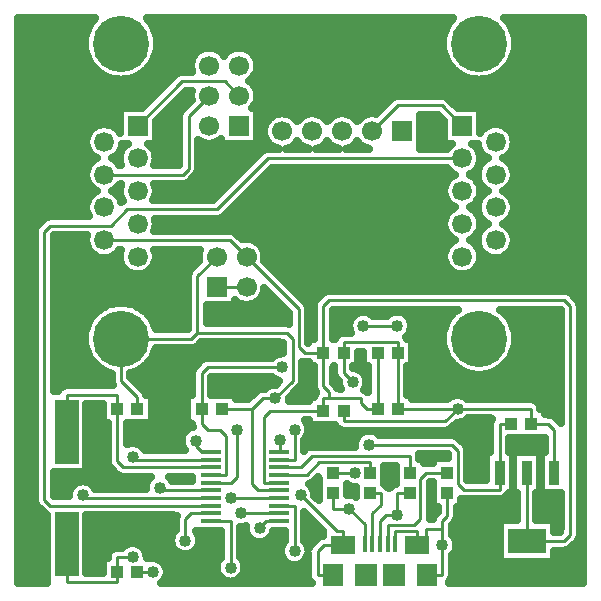
<source format=gbr>
G04 DipTrace 3.0.0.1*
G04 Top.gbr*
%MOIN*%
G04 #@! TF.FileFunction,Copper,L1,Top*
G04 #@! TF.Part,Single*
G04 #@! TA.AperFunction,Conductor*
%ADD13C,0.01*%
G04 #@! TA.AperFunction,CopperBalancing*
%ADD14C,0.025*%
G04 #@! TA.AperFunction,ComponentPad*
%ADD15R,0.066929X0.066929*%
%ADD16C,0.066929*%
%ADD17R,0.043307X0.03937*%
%ADD19R,0.07874X0.216535*%
%ADD21R,0.037402X0.084646*%
%ADD22R,0.127953X0.084646*%
G04 #@! TA.AperFunction,ComponentPad*
%ADD23R,0.066535X0.066535*%
%ADD24C,0.066535*%
%ADD25C,0.187402*%
%ADD26R,0.03937X0.043307*%
%ADD27R,0.070866X0.015748*%
%ADD29R,0.015748X0.05315*%
%ADD30R,0.082677X0.062992*%
%ADD31R,0.070866X0.074803*%
%ADD32R,0.074803X0.074803*%
G04 #@! TA.AperFunction,ViaPad*
%ADD33C,0.04*%
%FSLAX26Y26*%
G04*
G70*
G90*
G75*
G01*
G04 Top*
%LPD*%
X814445Y519008D2*
D13*
X762789D1*
Y469008D1*
Y434012D1*
X594021D1*
Y562768D1*
X814445Y852870D2*
X823856Y843459D1*
X1075322D1*
X594021Y936783D2*
Y1060051D1*
X762789D1*
Y1012815D1*
Y837870D1*
X782790Y817869D1*
X1075322D1*
X1690238Y562768D2*
Y604343D1*
X1761104D1*
Y557846D1*
X1303668Y741097D2*
X1233232D1*
X1213232Y761098D1*
Y1012815D1*
X1247921Y1047504D1*
X1289106D1*
X1517290Y1006564D2*
Y971878D1*
X1856654D1*
X1897591Y1012815D1*
X1761104Y557846D2*
X1792579D1*
Y612846D1*
X1846972D1*
Y639878D1*
X1862904Y655810D1*
Y733364D1*
X1897591Y1012815D2*
X1698559D1*
X1481576Y457453D2*
X1431142D1*
Y537846D1*
X1451143Y557846D1*
X1517009D1*
X1213232Y1012815D2*
X1110997D1*
X881374Y469008D2*
X829718D1*
X1289106Y1047504D2*
X1347890Y1106287D1*
Y1246626D1*
X1327890Y1266626D1*
X1030606D1*
X1010605Y1246625D1*
X775640D1*
X1846972Y612846D2*
Y557846D1*
X775640Y1246625D2*
Y1107091D1*
X829718Y1053013D1*
Y1012815D1*
X1030606Y1266626D2*
Y1455640D1*
X1094073Y1519108D1*
X2142356Y962810D2*
X2199189D1*
X2219192Y942807D1*
Y800293D1*
X1897591Y1012815D2*
X2142356D1*
Y962810D1*
X1846972Y557846D2*
Y457453D1*
X1796537D1*
X1517290Y1200335D2*
Y1133100D1*
X1547890Y1102500D1*
X1698559Y1200335D2*
Y1235020D1*
X1517290D1*
Y1200335D1*
X1698559Y1012815D2*
Y1200335D1*
X1517009Y557846D2*
Y604343D1*
X1494110D1*
X1374110Y724343D1*
X1094073Y1419108D2*
X1194073D1*
X1024071Y906925D2*
Y889050D1*
X1044071Y869050D1*
X1075322D1*
X2128640Y800293D2*
Y571946D1*
X1631630Y1200335D2*
Y1012815D1*
X1160756Y941925D2*
Y786689D1*
X1140755Y766688D1*
X1075322D1*
X1612888Y1937912D2*
X1699909Y2024933D1*
X1844640D1*
X1912909Y1956664D1*
X1631630Y1012815D2*
X1594976D1*
X1574976Y1032815D1*
Y1047500D1*
X1469113D1*
X1450361D1*
Y1006564D1*
X1194073Y1519108D2*
X1138210Y1574971D1*
X719735D1*
X1450361Y1200335D2*
X1387890D1*
X1367890Y1220335D1*
Y1345291D1*
X1194073Y1519108D1*
X2128640Y571946D2*
X2252894D1*
X2272894Y591946D1*
Y1355327D1*
X2252894Y1375327D1*
X1470362D1*
X1450361Y1355325D1*
Y1200335D1*
Y1006564D2*
X1273232D1*
X1253232Y986564D1*
Y766688D1*
X1303668D1*
X1450361Y1200335D2*
Y1087500D1*
X1469113Y1068748D1*
Y1047500D1*
X1312890Y1151138D2*
X1064068D1*
X1044068Y1131138D1*
Y1012815D1*
Y961925D1*
X1064068Y941925D1*
X1105756D1*
X1125756Y921925D1*
Y792278D1*
X1075322D1*
X1304102Y908701D2*
Y869050D1*
X1303668D1*
X1354102Y943701D2*
Y843459D1*
X1303668D1*
X2075427Y962810D2*
X2038089D1*
Y800293D1*
X1481614Y731535D2*
Y679882D1*
X1536614D1*
X2038089Y800293D2*
Y742969D1*
X1917591D1*
X1897591Y762969D1*
Y873705D1*
X1877591Y893705D1*
X1602890D1*
X1536614Y679882D2*
X1587875Y628621D1*
Y562768D1*
X1613466D2*
Y665417D1*
X1641315Y693266D1*
Y731535D1*
X1606627D1*
X1737891D2*
X1696354D1*
Y659343D1*
X1556941Y798465D2*
X1481614D1*
X1696354Y1290020D2*
X1582890D1*
X1696354Y659343D2*
X1659059D1*
X1639056Y639340D1*
Y562768D1*
X1606627Y798465D2*
Y835118D1*
X1436942D1*
X1394102Y792278D1*
X1303668D1*
Y817869D2*
X1374102D1*
X1411352Y855118D1*
X1737891D1*
Y798465D1*
X1862904Y800293D2*
X1792579D1*
X1772579Y780293D1*
Y644343D1*
X1752579Y624343D1*
X1664647D1*
Y562768D1*
X1238236Y614343D2*
Y618735D1*
X1258236Y638735D1*
X1303676D1*
X831546Y1956664D2*
X980012Y2105130D1*
X1120615D1*
X1169081Y2056664D1*
X719735Y1793081D2*
X980614D1*
X1000614Y1813081D1*
Y1988197D1*
X1069081Y2056664D1*
X1303668Y664325D2*
X1175756D1*
Y664339D1*
X1303668Y715507D2*
X1140756D1*
Y715512D1*
X648394Y724917D2*
X657804Y715507D1*
X1075322D1*
X904343Y750508D2*
X913753Y741097D1*
X1075322D1*
X1354110Y538744D2*
Y689916D1*
X1303668D1*
X1912909Y1847609D2*
X1266106D1*
X1096265Y1677768D1*
X795268D1*
X740740Y1623240D1*
X539650D1*
X519650Y1603240D1*
Y709917D1*
X539651Y689916D1*
X1075322D1*
X989886Y573744D2*
Y644323D1*
X1009888Y664325D1*
X1075322D1*
X1140756Y483744D2*
Y638735D1*
X1075322D1*
D33*
X814445Y519008D3*
Y852870D3*
X1547890Y1102500D3*
X1374110Y724343D3*
X881374Y469008D3*
X1289106Y1047504D3*
X1846972Y557846D3*
X1897591Y1012815D3*
X1024071Y906925D3*
X1160756Y941925D3*
X1312890Y1151138D3*
X1304102Y908701D3*
X1354102Y943701D3*
X1602890Y893705D3*
X1536614Y679882D3*
X1556941Y798465D3*
X1582890Y1290020D3*
X1696354D3*
Y659343D3*
X1238236Y614343D3*
X1175756Y664339D3*
X1140756Y715512D3*
X648394Y724917D3*
X904343Y750508D3*
X1354110Y538744D3*
X989886Y573744D3*
X1140756Y483744D3*
X435025Y2290631D2*
D14*
X669087D1*
X882193D2*
X1862251D1*
X2075406D2*
X2312983D1*
X435025Y2265762D2*
X658247D1*
X893033D2*
X1851411D1*
X2086245D2*
X2312983D1*
X435025Y2240894D2*
X653413D1*
X897866D2*
X1846577D1*
X2091079D2*
X2312983D1*
X435025Y2216025D2*
X653803D1*
X897475D2*
X1058101D1*
X1080081D2*
X1158101D1*
X1180081D2*
X1846967D1*
X2090639D2*
X2312983D1*
X435025Y2191156D2*
X659566D1*
X891714D2*
X1017525D1*
X1220621D2*
X1852730D1*
X2084878D2*
X2312983D1*
X435025Y2166287D2*
X671529D1*
X879751D2*
X1007417D1*
X1230777D2*
X1864693D1*
X2072915D2*
X2312983D1*
X435025Y2141419D2*
X692427D1*
X858853D2*
X1008589D1*
X1229555D2*
X1885591D1*
X2052017D2*
X2312983D1*
X435025Y2116550D2*
X734810D1*
X816470D2*
X944379D1*
X1216177D2*
X1928022D1*
X2009634D2*
X2312983D1*
X435025Y2091681D2*
X919526D1*
X1220278D2*
X2312983D1*
X435025Y2066812D2*
X894623D1*
X988735D2*
X1007466D1*
X1230678D2*
X2312983D1*
X435025Y2041944D2*
X869770D1*
X963882D2*
X1007319D1*
X1229702D2*
X1669869D1*
X1874673D2*
X2312983D1*
X435025Y2017075D2*
X844917D1*
X939029D2*
X982466D1*
X1216617D2*
X1645014D1*
X1899526D2*
X2312983D1*
X435025Y1992206D2*
X769282D1*
X914126D2*
X966890D1*
X1231558D2*
X1284955D1*
X1340835D2*
X1384955D1*
X1440835D2*
X1484955D1*
X1540835D2*
X1584955D1*
X1775357D2*
X1830318D1*
X1975161D2*
X2312983D1*
X435025Y1967337D2*
X769282D1*
X893814D2*
X966597D1*
X1231558D2*
X1258150D1*
X1775357D2*
X1850630D1*
X1975161D2*
X2312983D1*
X435025Y1942469D2*
X673139D1*
X893814D2*
X966597D1*
X1231558D2*
X1250581D1*
X1775357D2*
X1850630D1*
X2071353D2*
X2312983D1*
X435025Y1917600D2*
X659517D1*
X893814D2*
X966597D1*
X1231558D2*
X1253950D1*
X1775357D2*
X1850630D1*
X2084975D2*
X2312983D1*
X435025Y1892731D2*
X658198D1*
X781265D2*
X789867D1*
X873257D2*
X966597D1*
X1034634D2*
X1270942D1*
X1354799D2*
X1370942D1*
X1454799D2*
X1470942D1*
X1554799D2*
X1570942D1*
X1775357D2*
X1871235D1*
X1954605D2*
X1963201D1*
X2086245D2*
X2312983D1*
X435025Y1867862D2*
X668257D1*
X890298D2*
X966597D1*
X1034634D2*
X1239302D1*
X2076186D2*
X2312983D1*
X435025Y1842993D2*
X684370D1*
X755093D2*
X769478D1*
X893618D2*
X966597D1*
X1034634D2*
X1214449D1*
X1975014D2*
X1989382D1*
X2060122D2*
X2312983D1*
X435025Y1818125D2*
X662983D1*
X1034634D2*
X1189594D1*
X2081509D2*
X2312983D1*
X435025Y1793256D2*
X657466D1*
X1027602D2*
X1164693D1*
X1258803D2*
X1885542D1*
X1940249D2*
X1962446D1*
X2086978D2*
X2312983D1*
X435025Y1768387D2*
X662789D1*
X1002651D2*
X1139839D1*
X1233950D2*
X1858638D1*
X2081655D2*
X2312983D1*
X435025Y1743518D2*
X683833D1*
X755630D2*
X769478D1*
X893618D2*
X1114986D1*
X1209047D2*
X1850825D1*
X1974966D2*
X1988846D1*
X2060610D2*
X2312983D1*
X435025Y1718650D2*
X668501D1*
X890395D2*
X1090083D1*
X1184194D2*
X1854047D1*
X2075942D2*
X2312983D1*
X435025Y1693781D2*
X658247D1*
X1159341D2*
X1870795D1*
X1954995D2*
X1963226D1*
X2086197D2*
X2312983D1*
X435025Y1668912D2*
X659419D1*
X1134438D2*
X1865474D1*
X2085025D2*
X2312983D1*
X435025Y1644043D2*
X513423D1*
X892007D2*
X1852437D1*
X2071646D2*
X2312983D1*
X435025Y1619175D2*
X489986D1*
X892934D2*
X1851558D1*
X1974282D2*
X1982025D1*
X2067446D2*
X2312983D1*
X435025Y1594306D2*
X485639D1*
X1165933D2*
X1862105D1*
X2083755D2*
X2312983D1*
X435025Y1569437D2*
X485639D1*
X553627D2*
X657710D1*
X1229165D2*
X1876167D1*
X1949623D2*
X1962719D1*
X2086734D2*
X2312983D1*
X435025Y1544568D2*
X485639D1*
X553627D2*
X665766D1*
X1250845D2*
X1855707D1*
X2078677D2*
X2312983D1*
X435025Y1519699D2*
X485639D1*
X553627D2*
X694478D1*
X744986D2*
X769282D1*
X893814D2*
X1031635D1*
X1256558D2*
X1850630D1*
X1975161D2*
X1999458D1*
X2049966D2*
X2312983D1*
X435025Y1494831D2*
X485639D1*
X553627D2*
X775043D1*
X888051D2*
X1022749D1*
X1265395D2*
X1856391D1*
X1969399D2*
X2312983D1*
X435025Y1469962D2*
X485639D1*
X553627D2*
X797066D1*
X866030D2*
X1000043D1*
X1290249D2*
X1878413D1*
X1947427D2*
X2312983D1*
X435025Y1445093D2*
X485639D1*
X553627D2*
X996626D1*
X1315151D2*
X2312983D1*
X435025Y1420224D2*
X485639D1*
X553627D2*
X996626D1*
X1340005D2*
X2312983D1*
X435025Y1395356D2*
X485639D1*
X553627D2*
X996626D1*
X1251626D2*
X1270795D1*
X1364858D2*
X1443354D1*
X2279898D2*
X2312983D1*
X435025Y1370487D2*
X485639D1*
X553627D2*
X996626D1*
X1231655D2*
X1295650D1*
X1389761D2*
X1420259D1*
X2302993D2*
X2312966D1*
X435025Y1345618D2*
X485639D1*
X553627D2*
X704975D1*
X846303D2*
X996626D1*
X1064614D2*
X1320503D1*
X1401870D2*
X1416332D1*
X435025Y1320749D2*
X485639D1*
X553627D2*
X678510D1*
X872769D2*
X996626D1*
X1064614D2*
X1333882D1*
X1401870D2*
X1416332D1*
X1484341D2*
X1545503D1*
X1733755D2*
X1871675D1*
X2065933D2*
X2238911D1*
X435025Y1295881D2*
X485639D1*
X553627D2*
X663471D1*
X887807D2*
X996626D1*
X1401870D2*
X1416332D1*
X1484341D2*
X1534273D1*
X1744986D2*
X1856685D1*
X2080971D2*
X2238911D1*
X435025Y1271012D2*
X485639D1*
X553627D2*
X655463D1*
X1401870D2*
X1416332D1*
X1484341D2*
X1537934D1*
X1741274D2*
X1848627D1*
X2089029D2*
X2238911D1*
X435025Y1246143D2*
X485639D1*
X553627D2*
X652925D1*
X1749234D2*
X1846138D1*
X2091518D2*
X2238911D1*
X435025Y1221274D2*
X485639D1*
X553627D2*
X655659D1*
X1031802D2*
X1313911D1*
X1749234D2*
X1848823D1*
X2088833D2*
X2238911D1*
X435025Y1196406D2*
X485639D1*
X553627D2*
X663911D1*
X887369D2*
X1299751D1*
X1567934D2*
X1580953D1*
X1749234D2*
X1857123D1*
X2080533D2*
X2238911D1*
X435025Y1171537D2*
X485639D1*
X553627D2*
X679291D1*
X871987D2*
X1037398D1*
X1567934D2*
X1580953D1*
X1749234D2*
X1872455D1*
X2065201D2*
X2238911D1*
X435025Y1146668D2*
X485639D1*
X553627D2*
X706391D1*
X844887D2*
X1014155D1*
X1381899D2*
X1416353D1*
X1564907D2*
X1597651D1*
X1732583D2*
X1899555D1*
X2038051D2*
X2238911D1*
X435025Y1121799D2*
X485639D1*
X553627D2*
X741646D1*
X809634D2*
X1010054D1*
X1381899D2*
X1416353D1*
X1732583D2*
X2238911D1*
X435025Y1096930D2*
X485639D1*
X553627D2*
X743306D1*
X832827D2*
X1010054D1*
X1078091D2*
X1291499D1*
X1380483D2*
X1416353D1*
X1487954D2*
X1499188D1*
X1732583D2*
X2238911D1*
X435025Y1072062D2*
X485639D1*
X553627D2*
X562377D1*
X857290D2*
X1010054D1*
X1078091D2*
X1225678D1*
X1360707D2*
X1420406D1*
X1732583D2*
X2238911D1*
X435025Y1047193D2*
X485639D1*
X880386D2*
X993403D1*
X1161635D2*
X1200581D1*
X1338101D2*
X1399702D1*
X1749234D2*
X1863765D1*
X1931411D2*
X2238911D1*
X435025Y1022324D2*
X485639D1*
X662369D2*
X712154D1*
X880386D2*
X993403D1*
X2174869D2*
X2238911D1*
X435025Y997455D2*
X485639D1*
X662369D2*
X712154D1*
X880386D2*
X993403D1*
X2193033D2*
X2238911D1*
X435025Y972587D2*
X485639D1*
X662369D2*
X712154D1*
X880386D2*
X993403D1*
X1923403D2*
X2005659D1*
X435025Y947718D2*
X485639D1*
X662369D2*
X728803D1*
X796791D2*
X999262D1*
X1402945D2*
X1494575D1*
X1879361D2*
X2004097D1*
X435025Y922849D2*
X485639D1*
X662369D2*
X728803D1*
X796791D2*
X977875D1*
X1398159D2*
X1564155D1*
X1892055D2*
X2004097D1*
X435025Y897980D2*
X485639D1*
X662369D2*
X728803D1*
X828238D2*
X975923D1*
X1388101D2*
X1554097D1*
X1920375D2*
X2004097D1*
X2072085D2*
X2185201D1*
X435025Y873112D2*
X485639D1*
X662369D2*
X728803D1*
X1931606D2*
X2004097D1*
X2072085D2*
X2185201D1*
X435025Y848243D2*
X485639D1*
X662369D2*
X728803D1*
X1771890D2*
X1814205D1*
X1931606D2*
X1990375D1*
X435025Y823374D2*
X485639D1*
X662369D2*
X732319D1*
X1655289D2*
X1689205D1*
X1931606D2*
X1990375D1*
X435025Y798505D2*
X485639D1*
X553627D2*
X755122D1*
X1655289D2*
X1689205D1*
X1931606D2*
X1990375D1*
X435025Y773636D2*
X485639D1*
X553627D2*
X861518D1*
X947182D2*
X1010883D1*
X1422525D2*
X1432890D1*
X1655289D2*
X1689205D1*
X435025Y748768D2*
X485639D1*
X553627D2*
X606001D1*
X690835D2*
X855366D1*
X1416177D2*
X1432906D1*
X1530289D2*
X1557954D1*
X1806558D2*
X1814231D1*
X435025Y723899D2*
X485639D1*
X553627D2*
X599409D1*
X1423110D2*
X1432925D1*
X1806558D2*
X1814231D1*
X2065639D2*
X2094623D1*
X2162661D2*
X2238911D1*
X435025Y699030D2*
X487593D1*
X1806558D2*
X1814231D1*
X1911587D2*
X2094623D1*
X2162661D2*
X2238911D1*
X435025Y674161D2*
X508345D1*
X1806558D2*
X1828902D1*
X1896890D2*
X2094623D1*
X2162661D2*
X2238911D1*
X435025Y649293D2*
X525630D1*
X662369D2*
X956294D1*
X1388101D2*
X1402134D1*
X1806558D2*
X1814417D1*
X1896206D2*
X2094623D1*
X2162661D2*
X2238911D1*
X435025Y624424D2*
X525630D1*
X662369D2*
X955903D1*
X1388101D2*
X1426997D1*
X1880971D2*
X2035689D1*
X2221597D2*
X2238911D1*
X435025Y599555D2*
X525630D1*
X662369D2*
X948726D1*
X1031070D2*
X1106734D1*
X1174770D2*
X1191656D1*
X1284829D2*
X1320113D1*
X1388101D2*
X1446675D1*
X1880971D2*
X2035689D1*
X435025Y574686D2*
X525630D1*
X662369D2*
X940913D1*
X1038882D2*
X1106734D1*
X1174770D2*
X1211470D1*
X1265005D2*
X1320113D1*
X1388101D2*
X1420942D1*
X1892837D2*
X2035689D1*
X2301723D2*
X2312996D1*
X435025Y549818D2*
X525630D1*
X662369D2*
X753706D1*
X851773D2*
X947505D1*
X1032241D2*
X1106734D1*
X1174770D2*
X1306441D1*
X1895278D2*
X2035689D1*
X2277798D2*
X2312983D1*
X435025Y524949D2*
X525630D1*
X662369D2*
X729341D1*
X863051D2*
X1106734D1*
X1174770D2*
X1307222D1*
X1882339D2*
X2035689D1*
X2221597D2*
X2312983D1*
X435025Y500080D2*
X525630D1*
X662369D2*
X712154D1*
X918471D2*
X1094722D1*
X1186782D2*
X1325777D1*
X1382437D2*
X1397163D1*
X1880971D2*
X2312983D1*
X435025Y475211D2*
X525630D1*
X662369D2*
X712154D1*
X929946D2*
X1092525D1*
X1188979D2*
X1397163D1*
X1880971D2*
X2312983D1*
X435025Y450343D2*
X525630D1*
X926479D2*
X1105903D1*
X1175601D2*
X1397945D1*
X1880142D2*
X2312983D1*
X1213756Y2016629D2*
X1229046D1*
Y1896699D1*
X1109117D1*
Y1911983D1*
X1100413Y1905535D1*
X1092029Y1901264D1*
X1083080Y1898357D1*
X1073786Y1896885D1*
X1064377D1*
X1055083Y1898357D1*
X1046134Y1901264D1*
X1037749Y1905535D1*
X1032117Y1909507D1*
X1032017Y1810609D1*
X1030572Y1803346D1*
X1027472Y1796622D1*
X1022888Y1790807D1*
X1001072Y1769129D1*
X994915Y1765014D1*
X987969Y1762451D1*
X980614Y1761581D1*
X886764Y1761427D1*
X889663Y1752507D1*
X891130Y1743243D1*
Y1733865D1*
X889663Y1724601D1*
X886764Y1715681D1*
X883591Y1709261D1*
X1083207Y1709268D1*
X1245648Y1871562D1*
X1251806Y1875676D1*
X1258752Y1878239D1*
X1266106Y1879109D1*
X1301115D1*
X1294358Y1880882D1*
X1285665Y1884483D1*
X1277642Y1889400D1*
X1270487Y1895510D1*
X1264377Y1902665D1*
X1259459Y1910689D1*
X1255858Y1919382D1*
X1253663Y1928531D1*
X1252924Y1937912D1*
X1253663Y1947293D1*
X1255858Y1956442D1*
X1259459Y1965135D1*
X1264377Y1973159D1*
X1270487Y1980314D1*
X1277642Y1986424D1*
X1285665Y1991341D1*
X1294358Y1994942D1*
X1303508Y1997138D1*
X1312888Y1997877D1*
X1322269Y1997138D1*
X1331419Y1994942D1*
X1340112Y1991341D1*
X1348135Y1986424D1*
X1355290Y1980314D1*
X1361400Y1973159D1*
X1362862Y1970971D1*
X1367291Y1976856D1*
X1373945Y1983509D1*
X1381556Y1989041D1*
X1389941Y1993312D1*
X1398890Y1996219D1*
X1408184Y1997692D1*
X1417593D1*
X1426887Y1996219D1*
X1435836Y1993312D1*
X1444220Y1989041D1*
X1451832Y1983509D1*
X1458486Y1976856D1*
X1462862Y1970971D1*
X1467291Y1976856D1*
X1473945Y1983509D1*
X1481556Y1989041D1*
X1489941Y1993312D1*
X1498890Y1996219D1*
X1508184Y1997692D1*
X1517593D1*
X1526887Y1996219D1*
X1535836Y1993312D1*
X1544220Y1989041D1*
X1551832Y1983509D1*
X1558486Y1976856D1*
X1562862Y1970971D1*
X1567291Y1976856D1*
X1573945Y1983509D1*
X1581556Y1989041D1*
X1589941Y1993312D1*
X1598890Y1996219D1*
X1608184Y1997692D1*
X1617593D1*
X1626689Y1996260D1*
X1679451Y2048886D1*
X1685609Y2053000D1*
X1692556Y2055563D1*
X1699909Y2056433D1*
X1847112Y2056336D1*
X1854374Y2054891D1*
X1861100Y2051791D1*
X1866915Y2047207D1*
X1897677Y2016444D1*
X1972677Y2016432D1*
Y1931520D1*
X1976367Y1937268D1*
X1982458Y1944399D1*
X1989589Y1950490D1*
X1997587Y1955390D1*
X2006251Y1958979D1*
X2015371Y1961168D1*
X2024720Y1961904D1*
X2034070Y1961168D1*
X2043190Y1958979D1*
X2051854Y1955390D1*
X2059852Y1950490D1*
X2066983Y1944399D1*
X2073073Y1937268D1*
X2077974Y1929270D1*
X2081563Y1920606D1*
X2083752Y1911486D1*
X2084488Y1902136D1*
X2083752Y1892787D1*
X2081563Y1883667D1*
X2077974Y1875003D1*
X2073073Y1867005D1*
X2066983Y1859874D1*
X2059852Y1853783D1*
X2051854Y1848883D1*
X2049140Y1847633D1*
X2055949Y1844042D1*
X2063537Y1838529D1*
X2070168Y1831898D1*
X2075681Y1824310D1*
X2079938Y1815954D1*
X2082837Y1807034D1*
X2084304Y1797770D1*
Y1788392D1*
X2082837Y1779129D1*
X2079938Y1770209D1*
X2075681Y1761853D1*
X2070168Y1754265D1*
X2063537Y1747634D1*
X2055949Y1742121D1*
X2049140Y1738577D1*
X2055949Y1734987D1*
X2063537Y1729474D1*
X2070168Y1722843D1*
X2075681Y1715255D1*
X2079938Y1706899D1*
X2082837Y1697979D1*
X2084304Y1688715D1*
Y1679337D1*
X2082837Y1670073D1*
X2079938Y1661154D1*
X2075681Y1652798D1*
X2070168Y1645210D1*
X2063537Y1638579D1*
X2055949Y1633066D1*
X2049140Y1629522D1*
X2055949Y1625932D1*
X2063537Y1620419D1*
X2070168Y1613787D1*
X2075681Y1606199D1*
X2079938Y1597844D1*
X2082837Y1588924D1*
X2084304Y1579660D1*
Y1570282D1*
X2082837Y1561018D1*
X2079938Y1552098D1*
X2075681Y1543743D1*
X2070168Y1536155D1*
X2063537Y1529524D1*
X2055949Y1524010D1*
X2047593Y1519753D1*
X2038673Y1516854D1*
X2029409Y1515387D1*
X2020031D1*
X2010768Y1516854D1*
X2001848Y1519753D1*
X1993492Y1524010D1*
X1985904Y1529524D1*
X1979273Y1536155D1*
X1973760Y1543743D1*
X1969503Y1552098D1*
X1966604Y1561018D1*
X1965136Y1570282D1*
Y1579660D1*
X1966604Y1588924D1*
X1969503Y1597844D1*
X1973760Y1606199D1*
X1979273Y1613787D1*
X1985904Y1620419D1*
X1993492Y1625932D1*
X2000301Y1629475D1*
X1993492Y1633066D1*
X1985904Y1638579D1*
X1979273Y1645210D1*
X1973760Y1652798D1*
X1969503Y1661154D1*
X1966604Y1670073D1*
X1965136Y1679337D1*
Y1688715D1*
X1966604Y1697979D1*
X1969503Y1706899D1*
X1973760Y1715255D1*
X1979273Y1722843D1*
X1985904Y1729474D1*
X1993492Y1734987D1*
X2000301Y1738530D1*
X1993492Y1742121D1*
X1985904Y1747634D1*
X1979273Y1754265D1*
X1973760Y1761853D1*
X1969503Y1770209D1*
X1966604Y1779129D1*
X1965136Y1788392D1*
Y1797770D1*
X1966604Y1807034D1*
X1969503Y1815954D1*
X1973760Y1824310D1*
X1979273Y1831898D1*
X1985904Y1838529D1*
X1993492Y1844042D1*
X2000301Y1847585D1*
X1993492Y1851176D1*
X1985904Y1856689D1*
X1979273Y1863320D1*
X1973760Y1870908D1*
X1969503Y1879264D1*
X1966604Y1888184D1*
X1965203Y1896883D1*
X1946749Y1896896D1*
X1955172Y1889871D1*
X1961262Y1882740D1*
X1966163Y1874743D1*
X1969752Y1866079D1*
X1971941Y1856958D1*
X1972677Y1847609D1*
X1971941Y1838260D1*
X1969752Y1829139D1*
X1966163Y1820475D1*
X1961262Y1812478D1*
X1955172Y1805346D1*
X1948041Y1799256D1*
X1940043Y1794356D1*
X1937329Y1793105D1*
X1944138Y1789514D1*
X1951726Y1784001D1*
X1958357Y1777370D1*
X1963870Y1769782D1*
X1968127Y1761427D1*
X1971026Y1752507D1*
X1972493Y1743243D1*
Y1733865D1*
X1971026Y1724601D1*
X1968127Y1715681D1*
X1963870Y1707325D1*
X1958357Y1699738D1*
X1951726Y1693106D1*
X1944138Y1687593D1*
X1937329Y1684050D1*
X1944138Y1680459D1*
X1951726Y1674946D1*
X1958357Y1668315D1*
X1963870Y1660727D1*
X1968127Y1652371D1*
X1971026Y1643451D1*
X1972493Y1634188D1*
Y1624810D1*
X1971026Y1615546D1*
X1968127Y1606626D1*
X1963870Y1598270D1*
X1958357Y1590682D1*
X1951726Y1584051D1*
X1944138Y1578538D1*
X1937329Y1574995D1*
X1944138Y1571404D1*
X1951726Y1565891D1*
X1958357Y1559260D1*
X1963870Y1551672D1*
X1968127Y1543316D1*
X1971026Y1534396D1*
X1972493Y1525133D1*
Y1515755D1*
X1971026Y1506491D1*
X1968127Y1497571D1*
X1963870Y1489215D1*
X1958357Y1481627D1*
X1951726Y1474996D1*
X1944138Y1469483D1*
X1935782Y1465226D1*
X1926862Y1462327D1*
X1917598Y1460860D1*
X1908220D1*
X1898957Y1462327D1*
X1890037Y1465226D1*
X1881681Y1469483D1*
X1874093Y1474996D1*
X1867462Y1481627D1*
X1861949Y1489215D1*
X1857692Y1497571D1*
X1854793Y1506491D1*
X1853325Y1515755D1*
Y1525133D1*
X1854793Y1534396D1*
X1857692Y1543316D1*
X1861949Y1551672D1*
X1867462Y1559260D1*
X1874093Y1565891D1*
X1881681Y1571404D1*
X1888490Y1574948D1*
X1881681Y1578538D1*
X1874093Y1584051D1*
X1867462Y1590682D1*
X1861949Y1598270D1*
X1857692Y1606626D1*
X1854793Y1615546D1*
X1853325Y1624810D1*
Y1634188D1*
X1854793Y1643451D1*
X1857692Y1652371D1*
X1861949Y1660727D1*
X1867462Y1668315D1*
X1874093Y1674946D1*
X1881681Y1680459D1*
X1888490Y1684003D1*
X1881681Y1687593D1*
X1874093Y1693106D1*
X1867462Y1699738D1*
X1861949Y1707325D1*
X1857692Y1715681D1*
X1854793Y1724601D1*
X1853325Y1733865D1*
Y1743243D1*
X1854793Y1752507D1*
X1857692Y1761427D1*
X1861949Y1769782D1*
X1867462Y1777370D1*
X1874093Y1784001D1*
X1881681Y1789514D1*
X1888490Y1793058D1*
X1881681Y1796648D1*
X1874093Y1802161D1*
X1867462Y1808793D1*
X1862122Y1816121D1*
X1279169Y1816109D1*
X1116723Y1653815D1*
X1110566Y1649701D1*
X1103618Y1647138D1*
X1096265Y1646268D1*
X888892D1*
X890577Y1638848D1*
X891314Y1629499D1*
X890577Y1620150D1*
X888388Y1611029D1*
X886696Y1606476D1*
X1140681Y1606374D1*
X1147944Y1604929D1*
X1154669Y1601829D1*
X1160484Y1597245D1*
X1180268Y1577461D1*
X1189369Y1578887D1*
X1198778D1*
X1208072Y1577415D1*
X1217021Y1574508D1*
X1225406Y1570236D1*
X1233017Y1564705D1*
X1239671Y1558051D1*
X1245202Y1550440D1*
X1249474Y1542055D1*
X1252381Y1533106D1*
X1253853Y1523812D1*
Y1514403D1*
X1252421Y1505307D1*
X1391843Y1365749D1*
X1395957Y1359592D1*
X1398520Y1352644D1*
X1399390Y1345291D1*
Y1233427D1*
X1402207Y1241650D1*
Y1246520D1*
X1418858D1*
X1418958Y1357798D1*
X1420403Y1365060D1*
X1423503Y1371785D1*
X1428087Y1377600D1*
X1449904Y1399280D1*
X1456062Y1403394D1*
X1463008Y1405957D1*
X1470362Y1406827D1*
X2255365Y1406730D1*
X2262629Y1405285D1*
X2269353Y1402185D1*
X2275168Y1397601D1*
X2296846Y1375785D1*
X2300961Y1369627D1*
X2303524Y1362681D1*
X2304394Y1355327D1*
X2304297Y589475D1*
X2302853Y582211D1*
X2299752Y575487D1*
X2295168Y569672D1*
X2273352Y547993D1*
X2267196Y543879D1*
X2260248Y541316D1*
X2252894Y540446D1*
X2219154D1*
X2219117Y503123D1*
X2038164D1*
Y640769D1*
X2097100D1*
X2097140Y731467D1*
X2083440Y731470D1*
Y869115D1*
X2173841D1*
Y731470D1*
X2160121D1*
X2160140Y640772D1*
X2219117Y640769D1*
Y603416D1*
X2239822Y603446D1*
X2241394Y616946D1*
Y731448D1*
X2173991Y731470D1*
Y869115D1*
X2187711D1*
X2187692Y916650D1*
X2069625Y916625D1*
X2069589Y869109D1*
X2083290Y869115D1*
Y731470D1*
X2067421D1*
X2064948Y726510D1*
X2060364Y720696D1*
X2054549Y716110D1*
X2047823Y713010D1*
X2040560Y711566D1*
X1917591Y711469D1*
X1910228Y712343D1*
X1909089Y706517D1*
Y685210D1*
X1894392D1*
X1894307Y653339D1*
X1892862Y646076D1*
X1889762Y639352D1*
X1885178Y633537D1*
X1878445Y626803D1*
X1878472Y592094D1*
X1884592Y585178D1*
X1888404Y578957D1*
X1891196Y572215D1*
X1892899Y565121D1*
X1893472Y557846D1*
X1892899Y550572D1*
X1891196Y543476D1*
X1888404Y536735D1*
X1884592Y530514D1*
X1879853Y524966D1*
X1878480Y523697D1*
X1878375Y454982D1*
X1876930Y447719D1*
X1873831Y440993D1*
X1869245Y435178D1*
X1867423Y433493D1*
X1870000Y432500D1*
X2315459D1*
X2315500Y2315459D1*
X2053810Y2315478D1*
X2060217Y2308547D1*
X2066059Y2301135D1*
X2071303Y2293287D1*
X2075915Y2285052D1*
X2079866Y2276482D1*
X2083133Y2267627D1*
X2085694Y2258543D1*
X2087535Y2249286D1*
X2088646Y2239913D1*
X2089016Y2230483D1*
X2088646Y2221052D1*
X2087535Y2211680D1*
X2085694Y2202423D1*
X2083133Y2193339D1*
X2079866Y2184484D1*
X2075915Y2175913D1*
X2071303Y2167678D1*
X2066059Y2159831D1*
X2060217Y2152419D1*
X2053810Y2145488D1*
X2046879Y2139081D1*
X2039467Y2133239D1*
X2031619Y2127995D1*
X2023385Y2123383D1*
X2014814Y2119432D1*
X2005959Y2116165D1*
X1996875Y2113604D1*
X1987618Y2111762D1*
X1978245Y2110652D1*
X1968815Y2110282D1*
X1959385Y2110652D1*
X1950012Y2111762D1*
X1940755Y2113604D1*
X1931671Y2116165D1*
X1922816Y2119432D1*
X1914245Y2123383D1*
X1906010Y2127995D1*
X1898163Y2133239D1*
X1890751Y2139081D1*
X1883820Y2145488D1*
X1877413Y2152419D1*
X1871571Y2159831D1*
X1866327Y2167678D1*
X1861715Y2175913D1*
X1857764Y2184484D1*
X1854497Y2193339D1*
X1851936Y2202423D1*
X1850094Y2211680D1*
X1848984Y2221052D1*
X1848614Y2230483D1*
X1848984Y2239913D1*
X1850094Y2249286D1*
X1851936Y2258543D1*
X1854497Y2267627D1*
X1857764Y2276482D1*
X1861715Y2285052D1*
X1866327Y2293287D1*
X1871571Y2301135D1*
X1877413Y2308547D1*
X1883848Y2315503D1*
X860635Y2315478D1*
X867042Y2308547D1*
X872885Y2301135D1*
X878129Y2293287D1*
X882740Y2285052D1*
X886692Y2276482D1*
X889958Y2267627D1*
X892520Y2258543D1*
X894361Y2249286D1*
X895471Y2239913D1*
X895841Y2230483D1*
X895471Y2221052D1*
X894361Y2211680D1*
X892520Y2202423D1*
X889958Y2193339D1*
X886692Y2184484D1*
X882740Y2175913D1*
X878129Y2167678D1*
X872885Y2159831D1*
X867042Y2152419D1*
X860635Y2145488D1*
X853705Y2139081D1*
X846293Y2133239D1*
X838445Y2127995D1*
X830210Y2123383D1*
X821639Y2119432D1*
X812785Y2116165D1*
X803701Y2113604D1*
X794444Y2111762D1*
X785071Y2110652D1*
X775640Y2110282D1*
X766210Y2110652D1*
X756837Y2111762D1*
X747580Y2113604D1*
X738496Y2116165D1*
X729642Y2119432D1*
X721071Y2123383D1*
X712836Y2127995D1*
X704988Y2133239D1*
X697576Y2139081D1*
X690646Y2145488D1*
X684239Y2152419D1*
X678396Y2159831D1*
X673152Y2167678D1*
X668541Y2175913D1*
X664589Y2184484D1*
X661323Y2193339D1*
X658761Y2202423D1*
X656920Y2211680D1*
X655810Y2221052D1*
X655440Y2230483D1*
X655810Y2239913D1*
X656920Y2249286D1*
X658761Y2258543D1*
X661323Y2267627D1*
X664589Y2276482D1*
X668541Y2285052D1*
X673152Y2293287D1*
X678396Y2301135D1*
X684239Y2308547D1*
X690500Y2315500D1*
X432541D1*
X432500Y432541D1*
X528155Y432500D1*
X528151Y660568D1*
X523192Y663058D1*
X517377Y667642D1*
X495697Y689459D1*
X491583Y695617D1*
X489020Y702563D1*
X488150Y709917D1*
X488247Y1605711D1*
X489692Y1612974D1*
X492791Y1619698D1*
X497377Y1625514D1*
X519193Y1647193D1*
X525349Y1651307D1*
X532297Y1653870D1*
X539650Y1654740D1*
X667629D1*
X664517Y1661154D1*
X661618Y1670073D1*
X660151Y1679337D1*
Y1688715D1*
X661618Y1697979D1*
X664517Y1706899D1*
X668774Y1715255D1*
X674287Y1722843D1*
X680919Y1729474D1*
X688507Y1734987D1*
X695315Y1738530D1*
X688507Y1742121D1*
X680919Y1747634D1*
X674287Y1754265D1*
X668774Y1761853D1*
X664517Y1770209D1*
X661618Y1779129D1*
X660151Y1788392D1*
Y1797770D1*
X661618Y1807034D1*
X664517Y1815954D1*
X668774Y1824310D1*
X674287Y1831898D1*
X680919Y1838529D1*
X688507Y1844042D1*
X695315Y1847585D1*
X688507Y1851176D1*
X680919Y1856689D1*
X674287Y1863320D1*
X668774Y1870908D1*
X664517Y1879264D1*
X661618Y1888184D1*
X660151Y1897448D1*
Y1906825D1*
X661618Y1916089D1*
X664517Y1925009D1*
X668774Y1933365D1*
X674287Y1940953D1*
X680919Y1947584D1*
X688507Y1953097D1*
X696862Y1957354D1*
X705782Y1960253D1*
X715046Y1961720D1*
X724424D1*
X733688Y1960253D1*
X742608Y1957354D1*
X750963Y1953097D1*
X758551Y1947584D1*
X765182Y1940953D1*
X770696Y1933365D1*
X771780Y1931429D1*
X771778Y2016432D1*
X846730D1*
X959554Y2129083D1*
X965711Y2133197D1*
X972659Y2135760D1*
X980012Y2136630D1*
X1012580D1*
X1010774Y2142665D1*
X1009302Y2151959D1*
Y2161369D1*
X1010774Y2170663D1*
X1013681Y2179612D1*
X1017953Y2187996D1*
X1023484Y2195608D1*
X1030138Y2202261D1*
X1037749Y2207793D1*
X1046134Y2212064D1*
X1055083Y2214971D1*
X1064377Y2216444D1*
X1073786D1*
X1083080Y2214971D1*
X1092029Y2212064D1*
X1100413Y2207793D1*
X1108025Y2202261D1*
X1114678Y2195608D1*
X1119055Y2189723D1*
X1123484Y2195608D1*
X1130138Y2202261D1*
X1137749Y2207793D1*
X1146134Y2212064D1*
X1155083Y2214971D1*
X1164377Y2216444D1*
X1173786D1*
X1183080Y2214971D1*
X1192029Y2212064D1*
X1200413Y2207793D1*
X1208025Y2202261D1*
X1214678Y2195608D1*
X1220210Y2187996D1*
X1224482Y2179612D1*
X1227388Y2170663D1*
X1228861Y2161369D1*
Y2151959D1*
X1227388Y2142665D1*
X1224482Y2133717D1*
X1220210Y2125332D1*
X1214678Y2117720D1*
X1208025Y2111067D1*
X1202140Y2106690D1*
X1208025Y2102261D1*
X1214678Y2095608D1*
X1220210Y2087996D1*
X1224482Y2079612D1*
X1227388Y2070663D1*
X1228861Y2061369D1*
Y2051959D1*
X1227388Y2042665D1*
X1224482Y2033717D1*
X1220210Y2025332D1*
X1214678Y2017720D1*
X1213668Y2016626D1*
X1010734Y2042864D2*
X1009302Y2051959D1*
Y2061369D1*
X1010774Y2070663D1*
X1011608Y2073618D1*
X993028Y2073630D1*
X891282Y1971853D1*
X891314Y1896896D1*
X865386D1*
X873808Y1889871D1*
X879899Y1882740D1*
X884799Y1874743D1*
X888388Y1866079D1*
X890577Y1856958D1*
X891314Y1847609D1*
X890577Y1838260D1*
X888388Y1829139D1*
X886696Y1824587D1*
X967538Y1824581D1*
X969114Y1838081D1*
X969211Y1990668D1*
X970656Y1997930D1*
X973756Y2004655D1*
X978340Y2010471D1*
X1010761Y2042891D1*
X1154038Y1374433D2*
Y1359143D1*
X1062094D1*
X1062106Y1298169D1*
X1330361Y1298029D1*
X1335253Y1297253D1*
X1336390Y1307835D1*
Y1332201D1*
X1253879Y1414755D1*
X1252381Y1405109D1*
X1249474Y1396160D1*
X1245202Y1387776D1*
X1239671Y1380164D1*
X1233017Y1373510D1*
X1225406Y1367979D1*
X1217021Y1363707D1*
X1208072Y1360801D1*
X1198778Y1359328D1*
X1189369D1*
X1180075Y1360801D1*
X1171126Y1363707D1*
X1162741Y1367979D1*
X1155130Y1373510D1*
X1154035Y1374521D1*
X1035726Y1505307D2*
X1034294Y1514403D1*
Y1523812D1*
X1035766Y1533106D1*
X1038673Y1542055D1*
X1039328Y1543475D1*
X886764Y1543316D1*
X889663Y1534396D1*
X891130Y1525133D1*
Y1515755D1*
X889663Y1506491D1*
X886764Y1497571D1*
X882507Y1489215D1*
X876993Y1481627D1*
X870362Y1474996D1*
X862774Y1469483D1*
X854419Y1465226D1*
X845499Y1462327D1*
X836235Y1460860D1*
X826857D1*
X817593Y1462327D1*
X808673Y1465226D1*
X800318Y1469483D1*
X792730Y1474996D1*
X786098Y1481627D1*
X780585Y1489215D1*
X776328Y1497571D1*
X773429Y1506491D1*
X771962Y1515755D1*
Y1525133D1*
X773429Y1534396D1*
X776396Y1543466D1*
X770486Y1543471D1*
X765182Y1536155D1*
X758551Y1529524D1*
X750963Y1524010D1*
X742608Y1519753D1*
X733688Y1516854D1*
X724424Y1515387D1*
X715046D1*
X705782Y1516854D1*
X696862Y1519753D1*
X688507Y1524010D1*
X680919Y1529524D1*
X674287Y1536155D1*
X668774Y1543743D1*
X664517Y1552098D1*
X661618Y1561018D1*
X660151Y1570282D1*
Y1579660D1*
X661618Y1588924D1*
X662409Y1591728D1*
X552703Y1591740D1*
X551150Y1578240D1*
Y1071551D1*
X564723D1*
X567163Y1076509D1*
X571747Y1082325D1*
X577562Y1086909D1*
X584287Y1090009D1*
X591550Y1091454D1*
X748269Y1091551D1*
X745682Y1097357D1*
X744238Y1104619D1*
X744140Y1130577D1*
X729642Y1135573D1*
X721071Y1139525D1*
X712836Y1144136D1*
X704988Y1149381D1*
X697576Y1155223D1*
X690646Y1161630D1*
X684239Y1168560D1*
X678396Y1175972D1*
X673152Y1183820D1*
X668541Y1192055D1*
X664589Y1200626D1*
X661323Y1209480D1*
X658761Y1218564D1*
X656920Y1227822D1*
X655810Y1237194D1*
X655440Y1246625D1*
X655810Y1256055D1*
X656920Y1265428D1*
X658761Y1274685D1*
X661323Y1283769D1*
X664589Y1292623D1*
X668541Y1301194D1*
X673152Y1309429D1*
X678396Y1317277D1*
X684239Y1324689D1*
X690646Y1331619D1*
X697576Y1338026D1*
X704988Y1343869D1*
X712836Y1349113D1*
X721071Y1353724D1*
X729642Y1357676D1*
X738496Y1360942D1*
X747580Y1363504D1*
X756837Y1365345D1*
X766210Y1366455D1*
X775640Y1366825D1*
X785071Y1366455D1*
X794444Y1365345D1*
X803701Y1363504D1*
X812785Y1360942D1*
X821639Y1357676D1*
X830210Y1353724D1*
X838445Y1349113D1*
X846293Y1343869D1*
X853705Y1338026D1*
X860635Y1331619D1*
X867042Y1324689D1*
X872885Y1317277D1*
X878129Y1309429D1*
X882740Y1301194D1*
X886692Y1292623D1*
X891550Y1278127D1*
X997564Y1278125D1*
X999106Y1291626D1*
X999203Y1458112D1*
X1000647Y1465374D1*
X1003748Y1472098D1*
X1008332Y1477915D1*
X1035711Y1505294D1*
X731303Y966630D2*
X714635D1*
Y1028593D1*
X659908Y1028551D1*
X659891Y802016D1*
X551151D1*
X551150Y722917D1*
X564651Y721416D1*
X602004D1*
X602037Y728566D1*
X603178Y735772D1*
X605433Y742711D1*
X608747Y749213D1*
X613035Y755117D1*
X618194Y760276D1*
X624098Y764564D1*
X630600Y767878D1*
X637539Y770133D1*
X644745Y771274D1*
X652042D1*
X659249Y770133D1*
X666189Y767878D1*
X672690Y764564D1*
X678593Y760276D1*
X683753Y755117D1*
X688042Y749213D1*
X689276Y747010D1*
X857951Y747007D1*
X857987Y754156D1*
X859127Y761364D1*
X861383Y768303D1*
X864696Y774804D1*
X868984Y780707D1*
X874782Y786370D1*
X780319Y786466D1*
X773056Y787911D1*
X766332Y791010D1*
X760516Y795594D1*
X738836Y817412D1*
X734722Y823570D1*
X732159Y830517D1*
X731289Y837870D1*
Y966630D1*
X860617Y1059000D2*
X877871D1*
Y966630D1*
X794327D1*
X794289Y894798D1*
X800076Y897094D1*
X807171Y898798D1*
X814445Y899370D1*
X821719Y898798D1*
X828814Y897094D1*
X835555Y894302D1*
X841777Y890490D1*
X847325Y885751D1*
X852064Y880202D1*
X855327Y874963D1*
X990311Y874959D1*
X986451Y879593D1*
X982639Y885815D1*
X979846Y892555D1*
X978143Y899651D1*
X977571Y906925D1*
X978143Y914199D1*
X979846Y921294D1*
X982639Y928035D1*
X986451Y934257D1*
X991190Y939806D1*
X996739Y944545D1*
X1002961Y948357D1*
X1009702Y951150D1*
X1014070Y952310D1*
X1012665Y959453D1*
X1012568Y961934D1*
X1004722Y966630D1*
X995915D1*
Y1059000D1*
X1012566D1*
X1012665Y1133610D1*
X1014110Y1140873D1*
X1017210Y1147597D1*
X1021794Y1153412D1*
X1043610Y1175091D1*
X1049768Y1179205D1*
X1056714Y1181768D1*
X1064068Y1182638D1*
X1278668D1*
X1285558Y1188757D1*
X1291780Y1192570D1*
X1298521Y1195362D1*
X1305615Y1197066D1*
X1312890Y1197638D1*
X1316382Y1197501D1*
X1316390Y1233583D1*
X1302890Y1235126D1*
X1043661D1*
X1031062Y1222672D1*
X1024906Y1218558D1*
X1017958Y1215995D1*
X1010605Y1215125D1*
X891610D1*
X886692Y1200626D1*
X882740Y1192055D1*
X878129Y1183820D1*
X872885Y1175972D1*
X867042Y1168560D1*
X860635Y1161630D1*
X853705Y1155223D1*
X846293Y1149381D1*
X838445Y1144136D1*
X830210Y1139525D1*
X821639Y1135573D1*
X807143Y1130715D1*
X807140Y1120112D1*
X853671Y1073471D1*
X857785Y1067314D1*
X860349Y1060357D1*
X727135Y515193D2*
X731286D1*
X731676Y523936D1*
X733686Y531063D1*
X737304Y537524D1*
X742331Y542961D1*
X748488Y547075D1*
X755436Y549638D1*
X762789Y550508D1*
X780220D1*
X787113Y556627D1*
X793335Y560440D1*
X800076Y563232D1*
X807171Y564936D1*
X814445Y565508D1*
X821719Y564936D1*
X828814Y563232D1*
X835555Y560440D1*
X841777Y556627D1*
X847325Y551888D1*
X852064Y546340D1*
X855877Y540118D1*
X858669Y533377D1*
X860373Y526282D1*
X860945Y519008D1*
X860783Y515203D1*
X881374Y515508D1*
X888648Y514936D1*
X895743Y513232D1*
X902484Y510440D1*
X908706Y506627D1*
X914255Y501888D1*
X918993Y496340D1*
X922806Y490118D1*
X925598Y483377D1*
X927302Y476282D1*
X927874Y469008D1*
X927302Y461734D1*
X925598Y454639D1*
X922806Y447898D1*
X918993Y441676D1*
X914255Y436127D1*
X910106Y432492D1*
X1411944Y432500D1*
X1407189Y436995D1*
X1403075Y443152D1*
X1400512Y450100D1*
X1399642Y457462D1*
Y529280D1*
X1397071Y520949D1*
X1393757Y514448D1*
X1389469Y508545D1*
X1384310Y503385D1*
X1378407Y499096D1*
X1371904Y495783D1*
X1364965Y493529D1*
X1357759Y492387D1*
X1350462D1*
X1343255Y493529D1*
X1336315Y495783D1*
X1329814Y499096D1*
X1323911Y503385D1*
X1318751Y508545D1*
X1314462Y514448D1*
X1311150Y520949D1*
X1308895Y527888D1*
X1307753Y535096D1*
Y542392D1*
X1308895Y549600D1*
X1311150Y556539D1*
X1314462Y563041D1*
X1318751Y568944D1*
X1322601Y572892D1*
X1322610Y604320D1*
X1283626Y604361D1*
X1281197Y596549D1*
X1277883Y590047D1*
X1273594Y584143D1*
X1268436Y578984D1*
X1262533Y574696D1*
X1256030Y571383D1*
X1249092Y569127D1*
X1241885Y567987D1*
X1234588D1*
X1227381Y569127D1*
X1220441Y571383D1*
X1213940Y574696D1*
X1208037Y578984D1*
X1202877Y584143D1*
X1198588Y590047D1*
X1195276Y596549D1*
X1193021Y603488D1*
X1191879Y610694D1*
Y617991D1*
X1192217Y620839D1*
X1183030Y618412D1*
X1175756Y617839D1*
X1172264Y617976D1*
X1172256Y517983D1*
X1178375Y511076D1*
X1182188Y504854D1*
X1184980Y498113D1*
X1186684Y491018D1*
X1187256Y483744D1*
X1186684Y476470D1*
X1184980Y469375D1*
X1182188Y462634D1*
X1178375Y456412D1*
X1173636Y450864D1*
X1168088Y446125D1*
X1161866Y442312D1*
X1155125Y439520D1*
X1148030Y437816D1*
X1140756Y437244D1*
X1133482Y437816D1*
X1126387Y439520D1*
X1119646Y442312D1*
X1113424Y446125D1*
X1107875Y450864D1*
X1103136Y456412D1*
X1099324Y462634D1*
X1096531Y469375D1*
X1094828Y476470D1*
X1094256Y483744D1*
X1094828Y491018D1*
X1096531Y498113D1*
X1099324Y504854D1*
X1103136Y511076D1*
X1107875Y516625D1*
X1109248Y517892D1*
X1109256Y604399D1*
X1024902Y604361D1*
X1029534Y598041D1*
X1032846Y591539D1*
X1035101Y584600D1*
X1036243Y577392D1*
Y570096D1*
X1035101Y562888D1*
X1032846Y555949D1*
X1029534Y549448D1*
X1025245Y543545D1*
X1020085Y538385D1*
X1014182Y534096D1*
X1007681Y530783D1*
X1000741Y528529D1*
X993534Y527387D1*
X986238D1*
X979030Y528529D1*
X972092Y530783D1*
X965589Y534096D1*
X959686Y538385D1*
X954528Y543545D1*
X950239Y549448D1*
X946925Y555949D1*
X944671Y562888D1*
X943529Y570096D1*
Y577392D1*
X944671Y584600D1*
X946925Y591539D1*
X950239Y598041D1*
X954528Y603944D1*
X958378Y607892D1*
X958483Y646794D1*
X959928Y654056D1*
X960787Y656386D1*
X950322Y658416D1*
X659843D1*
X659891Y465552D1*
X714676Y465512D1*
X714635Y515193D1*
X727135D1*
X1075554Y1059000D2*
X1159151D1*
Y1044303D1*
X1200206Y1044315D1*
X1227463Y1071457D1*
X1233621Y1075571D1*
X1240567Y1078134D1*
X1247921Y1079004D1*
X1254903D1*
X1261774Y1085123D1*
X1267996Y1088936D1*
X1274736Y1091728D1*
X1281832Y1093432D1*
X1289106Y1094004D1*
X1290972Y1093930D1*
X1302774Y1105720D1*
X1295096Y1108177D1*
X1288593Y1111491D1*
X1282690Y1115780D1*
X1278741Y1119630D1*
X1077098Y1119638D1*
X1075568Y1106138D1*
Y1059020D1*
X1600144Y1154150D2*
X1583476D1*
Y1203514D1*
X1565404Y1203520D1*
X1565444Y1154150D1*
X1548794D1*
X1548790Y1149016D1*
X1555164Y1148428D1*
X1562260Y1146724D1*
X1569000Y1143932D1*
X1575222Y1140119D1*
X1580770Y1135381D1*
X1585509Y1129832D1*
X1589322Y1123610D1*
X1592114Y1116869D1*
X1593818Y1109774D1*
X1594390Y1102500D1*
X1593818Y1095226D1*
X1592114Y1088131D1*
X1589322Y1081390D1*
X1586594Y1076793D1*
X1591434Y1074358D1*
X1597249Y1069774D1*
X1598934Y1067950D1*
X1600130Y1075315D1*
Y1154172D1*
X1727896Y1246520D2*
X1746713D1*
Y1154150D1*
X1730063D1*
X1730059Y1058978D1*
X1746713Y1059000D1*
Y1044303D1*
X1863354Y1044315D1*
X1870259Y1050434D1*
X1876480Y1054247D1*
X1883222Y1057039D1*
X1890316Y1058743D1*
X1897591Y1059315D1*
X1904865Y1058743D1*
X1911961Y1057039D1*
X1918702Y1054247D1*
X1924923Y1050434D1*
X1930471Y1045696D1*
X1931740Y1044323D1*
X2144827Y1044218D1*
X2152089Y1042773D1*
X2158815Y1039673D1*
X2164630Y1035089D1*
X2169214Y1029274D1*
X2172314Y1022549D1*
X2173759Y1015286D1*
X2173856Y1012806D1*
X2181702Y1008995D1*
X2190509D1*
Y994297D1*
X2204117Y993923D1*
X2211244Y991912D1*
X2217705Y988294D1*
X2221463Y985084D1*
X2241402Y965144D1*
X2241394Y1342287D1*
X2227894Y1343827D1*
X2039564D1*
X2046879Y1338026D1*
X2053810Y1331619D1*
X2060217Y1324689D1*
X2066059Y1317277D1*
X2071303Y1309429D1*
X2075915Y1301194D1*
X2079866Y1292623D1*
X2083133Y1283769D1*
X2085694Y1274685D1*
X2087535Y1265428D1*
X2088646Y1256055D1*
X2089016Y1246625D1*
X2088646Y1237194D1*
X2087535Y1227822D1*
X2085694Y1218564D1*
X2083133Y1209480D1*
X2079866Y1200626D1*
X2075915Y1192055D1*
X2071303Y1183820D1*
X2066059Y1175972D1*
X2060217Y1168560D1*
X2053810Y1161630D1*
X2046879Y1155223D1*
X2039467Y1149381D1*
X2031619Y1144136D1*
X2023385Y1139525D1*
X2014814Y1135573D1*
X2005959Y1132307D1*
X1996875Y1129745D1*
X1987618Y1127904D1*
X1978245Y1126794D1*
X1968815Y1126424D1*
X1959385Y1126794D1*
X1950012Y1127904D1*
X1940755Y1129745D1*
X1931671Y1132307D1*
X1922816Y1135573D1*
X1914245Y1139525D1*
X1906010Y1144136D1*
X1898163Y1149381D1*
X1890751Y1155223D1*
X1883820Y1161630D1*
X1877413Y1168560D1*
X1871571Y1175972D1*
X1866327Y1183820D1*
X1861715Y1192055D1*
X1857764Y1200626D1*
X1854497Y1209480D1*
X1851936Y1218564D1*
X1850094Y1227822D1*
X1848984Y1237194D1*
X1848614Y1246625D1*
X1848984Y1256055D1*
X1850094Y1265428D1*
X1851936Y1274685D1*
X1854497Y1283769D1*
X1857764Y1292623D1*
X1861715Y1301194D1*
X1866327Y1309429D1*
X1871571Y1317277D1*
X1877413Y1324689D1*
X1883820Y1331619D1*
X1890751Y1338026D1*
X1898134Y1343846D1*
X1483412Y1343827D1*
X1481861Y1330325D1*
Y1246488D1*
X1488188Y1247075D1*
X1491806Y1253535D1*
X1496832Y1258972D1*
X1502990Y1263087D1*
X1509937Y1265650D1*
X1517290Y1266520D1*
X1542730D1*
X1539929Y1272226D1*
X1537675Y1279165D1*
X1536533Y1286371D1*
Y1293668D1*
X1537675Y1300875D1*
X1539929Y1307815D1*
X1543243Y1314316D1*
X1547531Y1320219D1*
X1552690Y1325379D1*
X1558593Y1329668D1*
X1565096Y1332980D1*
X1572035Y1335235D1*
X1579241Y1336377D1*
X1586538D1*
X1593745Y1335235D1*
X1600685Y1332980D1*
X1607186Y1329668D1*
X1613089Y1325379D1*
X1617039Y1321529D1*
X1662138Y1321520D1*
X1669022Y1327639D1*
X1675244Y1331451D1*
X1681984Y1334244D1*
X1689080Y1335948D1*
X1696354Y1336520D1*
X1703629Y1335948D1*
X1710723Y1334244D1*
X1717465Y1331451D1*
X1723686Y1327639D1*
X1729235Y1322900D1*
X1733974Y1317352D1*
X1737786Y1311130D1*
X1740579Y1304390D1*
X1742282Y1297294D1*
X1742854Y1290020D1*
X1742282Y1282745D1*
X1740579Y1275651D1*
X1737786Y1268909D1*
X1733974Y1262688D1*
X1729235Y1257139D1*
X1724437Y1252992D1*
X1727664Y1247066D1*
X1418875Y1154150D2*
X1402207D1*
Y1168846D1*
X1385419Y1168932D1*
X1380528Y1169707D1*
X1379390Y1159126D1*
X1379293Y1103816D1*
X1377848Y1096554D1*
X1374748Y1089829D1*
X1370164Y1084014D1*
X1335534Y1049383D1*
X1335463Y1043856D1*
X1334602Y1038062D1*
X1402188Y1038064D1*
X1402207Y1052749D1*
X1419346D1*
X1421259Y1059555D1*
X1424883Y1066022D1*
X1424877Y1068984D1*
X1421259Y1075446D1*
X1419248Y1082572D1*
X1418861Y1087500D1*
Y1154151D1*
X1469169Y960379D2*
X1402207D1*
Y975076D1*
X1388398Y975064D1*
X1393749Y967997D1*
X1397063Y961496D1*
X1399318Y954556D1*
X1400458Y947349D1*
Y940052D1*
X1399318Y932845D1*
X1397063Y925907D1*
X1393749Y919404D1*
X1389461Y913501D1*
X1385610Y909552D1*
X1385602Y873925D1*
X1392837Y880602D1*
X1399298Y884220D1*
X1406424Y886230D1*
X1411352Y886618D1*
X1556908D1*
X1556390Y893705D1*
X1556962Y900979D1*
X1558665Y908075D1*
X1561458Y914815D1*
X1565270Y921037D1*
X1570009Y926585D1*
X1575558Y931324D1*
X1581780Y935136D1*
X1588521Y937929D1*
X1595615Y939633D1*
X1602890Y940205D1*
X1610164Y939633D1*
X1617260Y937929D1*
X1624000Y935136D1*
X1630222Y931324D1*
X1635770Y926585D1*
X1637039Y925214D1*
X1880063Y925108D1*
X1887325Y923663D1*
X1894050Y920563D1*
X1899865Y915979D1*
X1921543Y894163D1*
X1925657Y888005D1*
X1928220Y881059D1*
X1929091Y873705D1*
Y776000D1*
X1942591Y774469D1*
X1992933D1*
X1992888Y869115D1*
X2006609D1*
X2006686Y965281D1*
X2008131Y972543D1*
X2011236Y979277D1*
X2004856Y981315D1*
X1931760D1*
X1927790Y977457D1*
X1921887Y973167D1*
X1915386Y969854D1*
X1908446Y967600D1*
X1901239Y966458D1*
X1895724Y966388D1*
X1877112Y947925D1*
X1870955Y943811D1*
X1864008Y941248D1*
X1856654Y940378D1*
X1514819Y940475D1*
X1507556Y941920D1*
X1500831Y945020D1*
X1495016Y949604D1*
X1490432Y955419D1*
X1488185Y959832D1*
X1469136Y960428D1*
X1879073Y1896896D2*
X1853142D1*
Y1971848D1*
X1831560Y1993466D1*
X1772815Y1993433D1*
X1772853Y1879136D1*
X1862151Y1879109D1*
X1867462Y1886425D1*
X1874093Y1893056D1*
X1879165Y1896888D1*
X1560442Y719857D2*
Y752083D1*
X1553293Y752109D1*
X1546085Y753249D1*
X1539146Y755505D1*
X1532644Y758818D1*
X1527806Y762268D1*
X1527799Y725538D1*
X1536614Y726382D1*
X1543888Y725810D1*
X1550983Y724106D1*
X1557724Y721314D1*
X1560450Y719787D1*
X1652812Y823619D2*
Y760827D1*
X1657774Y758394D1*
X1663589Y753810D1*
X1668178Y747986D1*
X1669496Y747995D1*
X1674080Y753810D1*
X1679895Y758394D1*
X1686619Y761493D1*
X1691436Y762648D1*
X1691755Y779689D1*
X1691706Y823602D1*
X1652783Y823618D1*
X1769391Y846618D2*
X1784076D1*
Y830651D1*
X1790108Y831696D1*
X1816748Y831793D1*
X1816719Y848446D1*
X1866084D1*
X1866091Y860675D1*
X1852591Y862205D1*
X1768558D1*
X1769391Y855118D1*
Y846573D1*
X1831404Y685210D2*
X1816719D1*
Y768789D1*
X1805629Y768793D1*
X1804079Y755293D1*
Y644386D1*
X1815773Y644346D1*
X1817013Y649612D1*
X1820114Y656337D1*
X1824698Y662152D1*
X1831430Y668885D1*
X1824705Y662159D1*
X1831404Y668848D1*
Y685253D1*
X1435429Y707551D2*
X1435478Y779689D1*
X1432699Y786328D1*
X1414560Y768325D1*
X1408403Y764211D1*
X1403827Y762318D1*
X1404310Y759702D1*
X1409469Y754542D1*
X1413757Y748639D1*
X1417071Y742138D1*
X1419325Y735198D1*
X1420467Y727991D1*
X1420537Y722476D1*
X1435433Y707567D1*
X797710Y1896896D2*
X779253D1*
X777852Y1888184D1*
X774953Y1879264D1*
X770696Y1870908D1*
X765182Y1863320D1*
X758551Y1856689D1*
X750963Y1851176D1*
X744155Y1847633D1*
X750963Y1844042D1*
X758551Y1838529D1*
X765182Y1831898D1*
X770522Y1824570D1*
X776328Y1824736D1*
X773429Y1833656D1*
X771962Y1842920D1*
Y1852298D1*
X773429Y1861562D1*
X776328Y1870482D1*
X780585Y1878837D1*
X786098Y1886425D1*
X792730Y1893056D1*
X797802Y1896888D1*
X781430Y1706060D2*
X778293Y1711420D1*
X774703Y1720084D1*
X772514Y1729205D1*
X771778Y1738554D1*
X772514Y1747903D1*
X774703Y1757024D1*
X776396Y1761576D1*
X768088Y1757950D1*
X761997Y1750819D1*
X754866Y1744728D1*
X746869Y1739828D1*
X744155Y1738577D1*
X750963Y1734987D1*
X758551Y1729474D1*
X765182Y1722843D1*
X770696Y1715255D1*
X774953Y1706899D1*
X776394Y1702995D1*
X780976Y1705839D1*
X1601398Y1879105D2*
X1594358Y1880882D1*
X1585665Y1884483D1*
X1577642Y1889400D1*
X1570487Y1895510D1*
X1564377Y1902665D1*
X1562915Y1904853D1*
X1558486Y1898969D1*
X1551832Y1892315D1*
X1544220Y1886783D1*
X1535836Y1882512D1*
X1526887Y1879605D1*
X1524379Y1879105D1*
X1601115Y1879109D1*
X1501398Y1879105D2*
X1494358Y1880882D1*
X1485665Y1884483D1*
X1477642Y1889400D1*
X1470487Y1895510D1*
X1464377Y1902665D1*
X1462915Y1904853D1*
X1458486Y1898969D1*
X1451832Y1892315D1*
X1444220Y1886783D1*
X1435836Y1882512D1*
X1426887Y1879605D1*
X1424379Y1879105D1*
X1501115Y1879109D1*
X1401398Y1879105D2*
X1394358Y1880882D1*
X1385665Y1884483D1*
X1377642Y1889400D1*
X1370487Y1895510D1*
X1364377Y1902665D1*
X1362915Y1904853D1*
X1358486Y1898969D1*
X1351832Y1892315D1*
X1344220Y1886783D1*
X1335836Y1882512D1*
X1326887Y1879605D1*
X1324379Y1879105D1*
X1401115Y1879109D1*
X1013433Y783495D2*
X1013388Y786375D1*
X933965Y786369D1*
X939702Y780707D1*
X943991Y774804D1*
X945224Y772601D1*
X1013412Y772597D1*
X1013388Y783538D1*
X1449171Y589255D2*
Y604782D1*
X1385623Y668282D1*
X1385610Y572972D1*
X1391730Y566076D1*
X1395542Y559854D1*
X1398335Y553113D1*
X1400038Y546018D1*
X1400268Y544077D1*
X1402039Y549900D1*
X1405657Y556361D1*
X1408869Y560119D1*
X1430685Y581799D1*
X1436841Y585913D1*
X1443789Y588476D1*
X1448681Y589249D1*
X1507803Y1078988D2*
X1504929Y1084705D1*
X1502675Y1091644D1*
X1501533Y1098852D1*
X1501463Y1104367D1*
X1491806Y1114585D1*
X1488188Y1121046D1*
X1486177Y1128172D1*
X1485790Y1133100D1*
Y1154144D1*
X1481861Y1150335D1*
Y1100579D1*
X1493066Y1089206D1*
X1497180Y1083049D1*
X1498218Y1080794D1*
X1507736Y1079000D1*
X1497180Y1083049D1*
X1498215Y1080803D1*
D15*
X1169081Y1956664D3*
D16*
X1069081D3*
X1169081Y2056664D3*
X1069081D3*
X1169081Y2156664D3*
X1069081D3*
D15*
X1094073Y1419108D3*
D16*
Y1519108D3*
X1194073Y1419108D3*
Y1519108D3*
D17*
X762789Y1012815D3*
X829718D3*
X762789Y469008D3*
X829718D3*
X1044068Y1012815D3*
X1110997D3*
X1631630Y1200335D3*
X1698559D3*
X1450361D3*
X1517290D3*
X1631630Y1012815D3*
X1698559D3*
X1450361Y1006564D3*
X1517290D3*
X2075427Y962810D3*
X2142356D3*
D19*
X594021Y562768D3*
Y936783D3*
D21*
X2219192Y800293D3*
X2128640D3*
X2038089D3*
D22*
X2128640Y571946D3*
D23*
X1912909Y1956664D3*
D24*
Y1847609D3*
Y1738554D3*
Y1629499D3*
Y1520444D3*
X2024720Y1902136D3*
Y1793081D3*
Y1684026D3*
Y1574971D3*
D25*
X1968815Y2230483D3*
Y1246625D3*
D26*
X1606627Y731535D3*
Y798465D3*
X1737891Y731535D3*
Y798465D3*
X1862904Y800293D3*
Y733364D3*
X1481614Y731535D3*
Y798465D3*
D23*
X831546Y1956664D3*
D24*
Y1847609D3*
Y1738554D3*
Y1629499D3*
Y1520444D3*
X719735Y1902136D3*
Y1793081D3*
Y1684026D3*
Y1574971D3*
D25*
X775641Y1246625D3*
Y2230483D3*
D15*
X1712888Y1937912D3*
D16*
X1612888D3*
X1512888D3*
X1412888D3*
X1312888D3*
D27*
X1075322Y869050D3*
Y843459D3*
Y817869D3*
Y792278D3*
Y766688D3*
Y741097D3*
Y715507D3*
Y689916D3*
Y664325D3*
Y638735D3*
X1303676D3*
X1303668Y664325D3*
Y689916D3*
Y715507D3*
Y741097D3*
Y766688D3*
Y792278D3*
Y817869D3*
Y843459D3*
Y869050D3*
D29*
X1587875Y562768D3*
X1613466D3*
X1639056D3*
X1664647D3*
X1690238D3*
D30*
X1517009Y557846D3*
X1761104D3*
D31*
X1481576Y457453D3*
X1796537D3*
D32*
X1591812D3*
X1686301D3*
M02*

</source>
